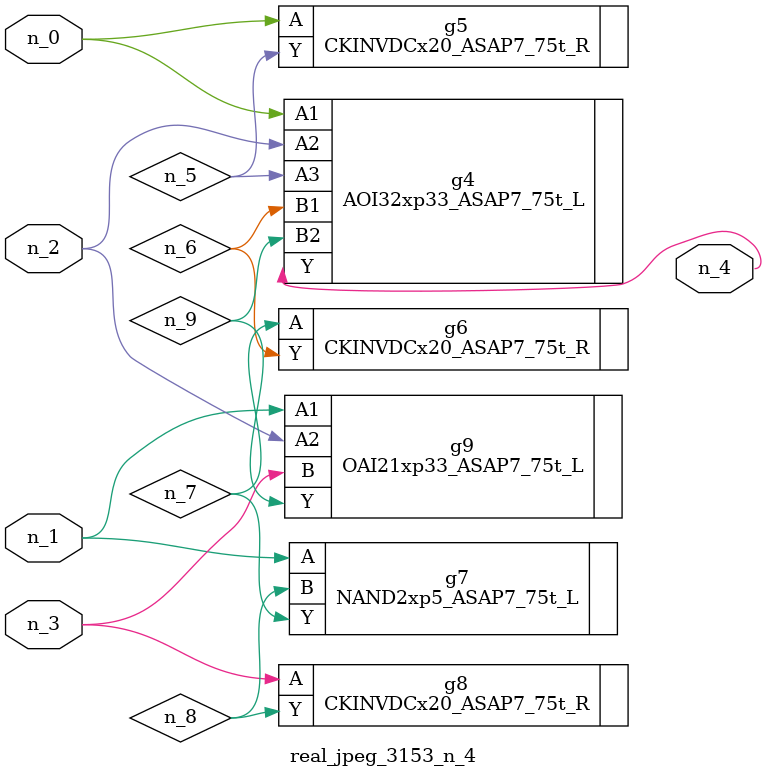
<source format=v>
module real_jpeg_3153_n_4 (n_3, n_1, n_0, n_2, n_4);

input n_3;
input n_1;
input n_0;
input n_2;

output n_4;

wire n_5;
wire n_8;
wire n_6;
wire n_7;
wire n_9;

AOI32xp33_ASAP7_75t_L g4 ( 
.A1(n_0),
.A2(n_2),
.A3(n_5),
.B1(n_6),
.B2(n_9),
.Y(n_4)
);

CKINVDCx20_ASAP7_75t_R g5 ( 
.A(n_0),
.Y(n_5)
);

NAND2xp5_ASAP7_75t_L g7 ( 
.A(n_1),
.B(n_8),
.Y(n_7)
);

OAI21xp33_ASAP7_75t_L g9 ( 
.A1(n_1),
.A2(n_2),
.B(n_3),
.Y(n_9)
);

CKINVDCx20_ASAP7_75t_R g8 ( 
.A(n_3),
.Y(n_8)
);

CKINVDCx20_ASAP7_75t_R g6 ( 
.A(n_7),
.Y(n_6)
);


endmodule
</source>
